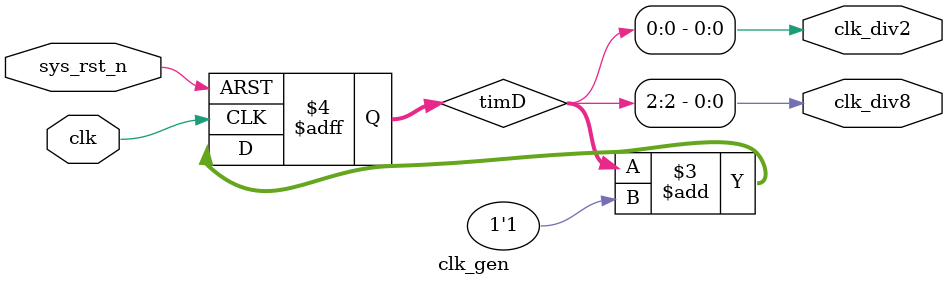
<source format=v>
module clk_gen(
	input		clk,
	input		sys_rst_n,
	
	output		clk_div2,
	output		clk_div8

);

reg	[2:0]	timD;
always @(posedge clk or negedge sys_rst_n)	
	if(!sys_rst_n)
		timD <=3'b0;
	else
		timD <=timD +1'b1;

assign clk_div2 =timD[0];
assign clk_div8 =timD[2];
endmodule
</source>
